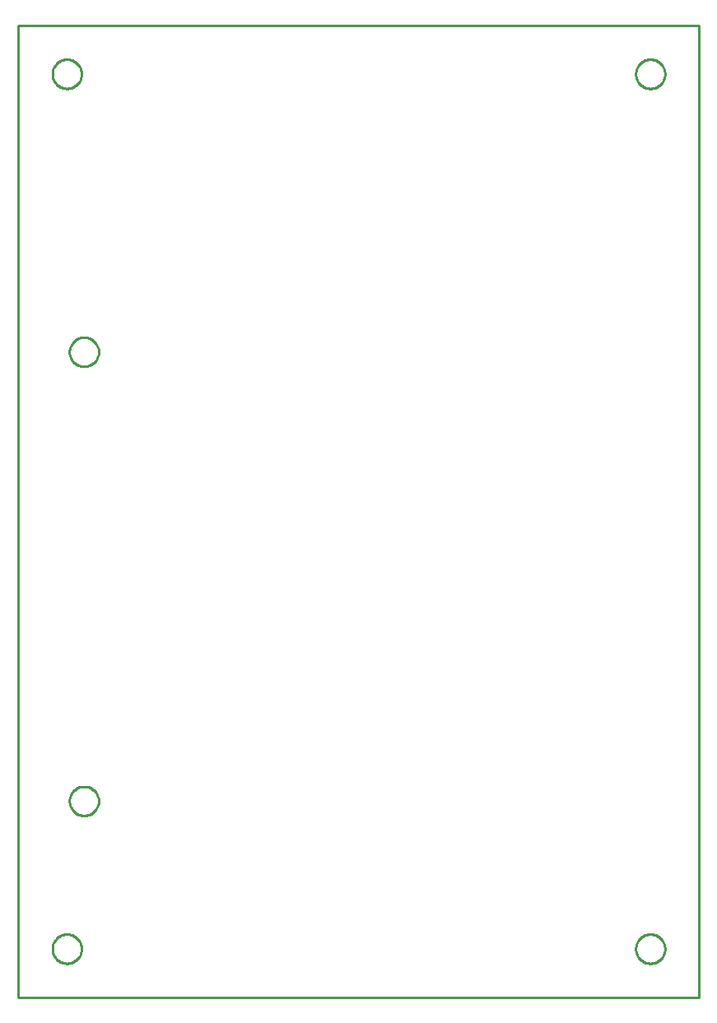
<source format=gbr>
G04 EAGLE Gerber RS-274X export*
G75*
%MOMM*%
%FSLAX34Y34*%
%LPD*%
%IN*%
%IPPOS*%
%AMOC8*
5,1,8,0,0,1.08239X$1,22.5*%
G01*
%ADD10C,0.000000*%
%ADD11C,0.254000*%


D10*
X0Y0D02*
X700000Y0D01*
X700000Y1000000D01*
X0Y1000000D01*
X0Y0D01*
X35000Y950000D02*
X35005Y950368D01*
X35018Y950736D01*
X35041Y951103D01*
X35072Y951470D01*
X35113Y951836D01*
X35162Y952201D01*
X35221Y952564D01*
X35288Y952926D01*
X35364Y953287D01*
X35450Y953645D01*
X35543Y954001D01*
X35646Y954354D01*
X35757Y954705D01*
X35877Y955053D01*
X36005Y955398D01*
X36142Y955740D01*
X36287Y956079D01*
X36440Y956413D01*
X36602Y956744D01*
X36771Y957071D01*
X36949Y957393D01*
X37134Y957712D01*
X37327Y958025D01*
X37528Y958334D01*
X37736Y958637D01*
X37952Y958935D01*
X38175Y959228D01*
X38405Y959516D01*
X38642Y959798D01*
X38886Y960073D01*
X39136Y960343D01*
X39393Y960607D01*
X39657Y960864D01*
X39927Y961114D01*
X40202Y961358D01*
X40484Y961595D01*
X40772Y961825D01*
X41065Y962048D01*
X41363Y962264D01*
X41666Y962472D01*
X41975Y962673D01*
X42288Y962866D01*
X42607Y963051D01*
X42929Y963229D01*
X43256Y963398D01*
X43587Y963560D01*
X43921Y963713D01*
X44260Y963858D01*
X44602Y963995D01*
X44947Y964123D01*
X45295Y964243D01*
X45646Y964354D01*
X45999Y964457D01*
X46355Y964550D01*
X46713Y964636D01*
X47074Y964712D01*
X47436Y964779D01*
X47799Y964838D01*
X48164Y964887D01*
X48530Y964928D01*
X48897Y964959D01*
X49264Y964982D01*
X49632Y964995D01*
X50000Y965000D01*
X50368Y964995D01*
X50736Y964982D01*
X51103Y964959D01*
X51470Y964928D01*
X51836Y964887D01*
X52201Y964838D01*
X52564Y964779D01*
X52926Y964712D01*
X53287Y964636D01*
X53645Y964550D01*
X54001Y964457D01*
X54354Y964354D01*
X54705Y964243D01*
X55053Y964123D01*
X55398Y963995D01*
X55740Y963858D01*
X56079Y963713D01*
X56413Y963560D01*
X56744Y963398D01*
X57071Y963229D01*
X57393Y963051D01*
X57712Y962866D01*
X58025Y962673D01*
X58334Y962472D01*
X58637Y962264D01*
X58935Y962048D01*
X59228Y961825D01*
X59516Y961595D01*
X59798Y961358D01*
X60073Y961114D01*
X60343Y960864D01*
X60607Y960607D01*
X60864Y960343D01*
X61114Y960073D01*
X61358Y959798D01*
X61595Y959516D01*
X61825Y959228D01*
X62048Y958935D01*
X62264Y958637D01*
X62472Y958334D01*
X62673Y958025D01*
X62866Y957712D01*
X63051Y957393D01*
X63229Y957071D01*
X63398Y956744D01*
X63560Y956413D01*
X63713Y956079D01*
X63858Y955740D01*
X63995Y955398D01*
X64123Y955053D01*
X64243Y954705D01*
X64354Y954354D01*
X64457Y954001D01*
X64550Y953645D01*
X64636Y953287D01*
X64712Y952926D01*
X64779Y952564D01*
X64838Y952201D01*
X64887Y951836D01*
X64928Y951470D01*
X64959Y951103D01*
X64982Y950736D01*
X64995Y950368D01*
X65000Y950000D01*
X64995Y949632D01*
X64982Y949264D01*
X64959Y948897D01*
X64928Y948530D01*
X64887Y948164D01*
X64838Y947799D01*
X64779Y947436D01*
X64712Y947074D01*
X64636Y946713D01*
X64550Y946355D01*
X64457Y945999D01*
X64354Y945646D01*
X64243Y945295D01*
X64123Y944947D01*
X63995Y944602D01*
X63858Y944260D01*
X63713Y943921D01*
X63560Y943587D01*
X63398Y943256D01*
X63229Y942929D01*
X63051Y942607D01*
X62866Y942288D01*
X62673Y941975D01*
X62472Y941666D01*
X62264Y941363D01*
X62048Y941065D01*
X61825Y940772D01*
X61595Y940484D01*
X61358Y940202D01*
X61114Y939927D01*
X60864Y939657D01*
X60607Y939393D01*
X60343Y939136D01*
X60073Y938886D01*
X59798Y938642D01*
X59516Y938405D01*
X59228Y938175D01*
X58935Y937952D01*
X58637Y937736D01*
X58334Y937528D01*
X58025Y937327D01*
X57712Y937134D01*
X57393Y936949D01*
X57071Y936771D01*
X56744Y936602D01*
X56413Y936440D01*
X56079Y936287D01*
X55740Y936142D01*
X55398Y936005D01*
X55053Y935877D01*
X54705Y935757D01*
X54354Y935646D01*
X54001Y935543D01*
X53645Y935450D01*
X53287Y935364D01*
X52926Y935288D01*
X52564Y935221D01*
X52201Y935162D01*
X51836Y935113D01*
X51470Y935072D01*
X51103Y935041D01*
X50736Y935018D01*
X50368Y935005D01*
X50000Y935000D01*
X49632Y935005D01*
X49264Y935018D01*
X48897Y935041D01*
X48530Y935072D01*
X48164Y935113D01*
X47799Y935162D01*
X47436Y935221D01*
X47074Y935288D01*
X46713Y935364D01*
X46355Y935450D01*
X45999Y935543D01*
X45646Y935646D01*
X45295Y935757D01*
X44947Y935877D01*
X44602Y936005D01*
X44260Y936142D01*
X43921Y936287D01*
X43587Y936440D01*
X43256Y936602D01*
X42929Y936771D01*
X42607Y936949D01*
X42288Y937134D01*
X41975Y937327D01*
X41666Y937528D01*
X41363Y937736D01*
X41065Y937952D01*
X40772Y938175D01*
X40484Y938405D01*
X40202Y938642D01*
X39927Y938886D01*
X39657Y939136D01*
X39393Y939393D01*
X39136Y939657D01*
X38886Y939927D01*
X38642Y940202D01*
X38405Y940484D01*
X38175Y940772D01*
X37952Y941065D01*
X37736Y941363D01*
X37528Y941666D01*
X37327Y941975D01*
X37134Y942288D01*
X36949Y942607D01*
X36771Y942929D01*
X36602Y943256D01*
X36440Y943587D01*
X36287Y943921D01*
X36142Y944260D01*
X36005Y944602D01*
X35877Y944947D01*
X35757Y945295D01*
X35646Y945646D01*
X35543Y945999D01*
X35450Y946355D01*
X35364Y946713D01*
X35288Y947074D01*
X35221Y947436D01*
X35162Y947799D01*
X35113Y948164D01*
X35072Y948530D01*
X35041Y948897D01*
X35018Y949264D01*
X35005Y949632D01*
X35000Y950000D01*
X35000Y50000D02*
X35005Y50368D01*
X35018Y50736D01*
X35041Y51103D01*
X35072Y51470D01*
X35113Y51836D01*
X35162Y52201D01*
X35221Y52564D01*
X35288Y52926D01*
X35364Y53287D01*
X35450Y53645D01*
X35543Y54001D01*
X35646Y54354D01*
X35757Y54705D01*
X35877Y55053D01*
X36005Y55398D01*
X36142Y55740D01*
X36287Y56079D01*
X36440Y56413D01*
X36602Y56744D01*
X36771Y57071D01*
X36949Y57393D01*
X37134Y57712D01*
X37327Y58025D01*
X37528Y58334D01*
X37736Y58637D01*
X37952Y58935D01*
X38175Y59228D01*
X38405Y59516D01*
X38642Y59798D01*
X38886Y60073D01*
X39136Y60343D01*
X39393Y60607D01*
X39657Y60864D01*
X39927Y61114D01*
X40202Y61358D01*
X40484Y61595D01*
X40772Y61825D01*
X41065Y62048D01*
X41363Y62264D01*
X41666Y62472D01*
X41975Y62673D01*
X42288Y62866D01*
X42607Y63051D01*
X42929Y63229D01*
X43256Y63398D01*
X43587Y63560D01*
X43921Y63713D01*
X44260Y63858D01*
X44602Y63995D01*
X44947Y64123D01*
X45295Y64243D01*
X45646Y64354D01*
X45999Y64457D01*
X46355Y64550D01*
X46713Y64636D01*
X47074Y64712D01*
X47436Y64779D01*
X47799Y64838D01*
X48164Y64887D01*
X48530Y64928D01*
X48897Y64959D01*
X49264Y64982D01*
X49632Y64995D01*
X50000Y65000D01*
X50368Y64995D01*
X50736Y64982D01*
X51103Y64959D01*
X51470Y64928D01*
X51836Y64887D01*
X52201Y64838D01*
X52564Y64779D01*
X52926Y64712D01*
X53287Y64636D01*
X53645Y64550D01*
X54001Y64457D01*
X54354Y64354D01*
X54705Y64243D01*
X55053Y64123D01*
X55398Y63995D01*
X55740Y63858D01*
X56079Y63713D01*
X56413Y63560D01*
X56744Y63398D01*
X57071Y63229D01*
X57393Y63051D01*
X57712Y62866D01*
X58025Y62673D01*
X58334Y62472D01*
X58637Y62264D01*
X58935Y62048D01*
X59228Y61825D01*
X59516Y61595D01*
X59798Y61358D01*
X60073Y61114D01*
X60343Y60864D01*
X60607Y60607D01*
X60864Y60343D01*
X61114Y60073D01*
X61358Y59798D01*
X61595Y59516D01*
X61825Y59228D01*
X62048Y58935D01*
X62264Y58637D01*
X62472Y58334D01*
X62673Y58025D01*
X62866Y57712D01*
X63051Y57393D01*
X63229Y57071D01*
X63398Y56744D01*
X63560Y56413D01*
X63713Y56079D01*
X63858Y55740D01*
X63995Y55398D01*
X64123Y55053D01*
X64243Y54705D01*
X64354Y54354D01*
X64457Y54001D01*
X64550Y53645D01*
X64636Y53287D01*
X64712Y52926D01*
X64779Y52564D01*
X64838Y52201D01*
X64887Y51836D01*
X64928Y51470D01*
X64959Y51103D01*
X64982Y50736D01*
X64995Y50368D01*
X65000Y50000D01*
X64995Y49632D01*
X64982Y49264D01*
X64959Y48897D01*
X64928Y48530D01*
X64887Y48164D01*
X64838Y47799D01*
X64779Y47436D01*
X64712Y47074D01*
X64636Y46713D01*
X64550Y46355D01*
X64457Y45999D01*
X64354Y45646D01*
X64243Y45295D01*
X64123Y44947D01*
X63995Y44602D01*
X63858Y44260D01*
X63713Y43921D01*
X63560Y43587D01*
X63398Y43256D01*
X63229Y42929D01*
X63051Y42607D01*
X62866Y42288D01*
X62673Y41975D01*
X62472Y41666D01*
X62264Y41363D01*
X62048Y41065D01*
X61825Y40772D01*
X61595Y40484D01*
X61358Y40202D01*
X61114Y39927D01*
X60864Y39657D01*
X60607Y39393D01*
X60343Y39136D01*
X60073Y38886D01*
X59798Y38642D01*
X59516Y38405D01*
X59228Y38175D01*
X58935Y37952D01*
X58637Y37736D01*
X58334Y37528D01*
X58025Y37327D01*
X57712Y37134D01*
X57393Y36949D01*
X57071Y36771D01*
X56744Y36602D01*
X56413Y36440D01*
X56079Y36287D01*
X55740Y36142D01*
X55398Y36005D01*
X55053Y35877D01*
X54705Y35757D01*
X54354Y35646D01*
X54001Y35543D01*
X53645Y35450D01*
X53287Y35364D01*
X52926Y35288D01*
X52564Y35221D01*
X52201Y35162D01*
X51836Y35113D01*
X51470Y35072D01*
X51103Y35041D01*
X50736Y35018D01*
X50368Y35005D01*
X50000Y35000D01*
X49632Y35005D01*
X49264Y35018D01*
X48897Y35041D01*
X48530Y35072D01*
X48164Y35113D01*
X47799Y35162D01*
X47436Y35221D01*
X47074Y35288D01*
X46713Y35364D01*
X46355Y35450D01*
X45999Y35543D01*
X45646Y35646D01*
X45295Y35757D01*
X44947Y35877D01*
X44602Y36005D01*
X44260Y36142D01*
X43921Y36287D01*
X43587Y36440D01*
X43256Y36602D01*
X42929Y36771D01*
X42607Y36949D01*
X42288Y37134D01*
X41975Y37327D01*
X41666Y37528D01*
X41363Y37736D01*
X41065Y37952D01*
X40772Y38175D01*
X40484Y38405D01*
X40202Y38642D01*
X39927Y38886D01*
X39657Y39136D01*
X39393Y39393D01*
X39136Y39657D01*
X38886Y39927D01*
X38642Y40202D01*
X38405Y40484D01*
X38175Y40772D01*
X37952Y41065D01*
X37736Y41363D01*
X37528Y41666D01*
X37327Y41975D01*
X37134Y42288D01*
X36949Y42607D01*
X36771Y42929D01*
X36602Y43256D01*
X36440Y43587D01*
X36287Y43921D01*
X36142Y44260D01*
X36005Y44602D01*
X35877Y44947D01*
X35757Y45295D01*
X35646Y45646D01*
X35543Y45999D01*
X35450Y46355D01*
X35364Y46713D01*
X35288Y47074D01*
X35221Y47436D01*
X35162Y47799D01*
X35113Y48164D01*
X35072Y48530D01*
X35041Y48897D01*
X35018Y49264D01*
X35005Y49632D01*
X35000Y50000D01*
X635000Y50000D02*
X635005Y50368D01*
X635018Y50736D01*
X635041Y51103D01*
X635072Y51470D01*
X635113Y51836D01*
X635162Y52201D01*
X635221Y52564D01*
X635288Y52926D01*
X635364Y53287D01*
X635450Y53645D01*
X635543Y54001D01*
X635646Y54354D01*
X635757Y54705D01*
X635877Y55053D01*
X636005Y55398D01*
X636142Y55740D01*
X636287Y56079D01*
X636440Y56413D01*
X636602Y56744D01*
X636771Y57071D01*
X636949Y57393D01*
X637134Y57712D01*
X637327Y58025D01*
X637528Y58334D01*
X637736Y58637D01*
X637952Y58935D01*
X638175Y59228D01*
X638405Y59516D01*
X638642Y59798D01*
X638886Y60073D01*
X639136Y60343D01*
X639393Y60607D01*
X639657Y60864D01*
X639927Y61114D01*
X640202Y61358D01*
X640484Y61595D01*
X640772Y61825D01*
X641065Y62048D01*
X641363Y62264D01*
X641666Y62472D01*
X641975Y62673D01*
X642288Y62866D01*
X642607Y63051D01*
X642929Y63229D01*
X643256Y63398D01*
X643587Y63560D01*
X643921Y63713D01*
X644260Y63858D01*
X644602Y63995D01*
X644947Y64123D01*
X645295Y64243D01*
X645646Y64354D01*
X645999Y64457D01*
X646355Y64550D01*
X646713Y64636D01*
X647074Y64712D01*
X647436Y64779D01*
X647799Y64838D01*
X648164Y64887D01*
X648530Y64928D01*
X648897Y64959D01*
X649264Y64982D01*
X649632Y64995D01*
X650000Y65000D01*
X650368Y64995D01*
X650736Y64982D01*
X651103Y64959D01*
X651470Y64928D01*
X651836Y64887D01*
X652201Y64838D01*
X652564Y64779D01*
X652926Y64712D01*
X653287Y64636D01*
X653645Y64550D01*
X654001Y64457D01*
X654354Y64354D01*
X654705Y64243D01*
X655053Y64123D01*
X655398Y63995D01*
X655740Y63858D01*
X656079Y63713D01*
X656413Y63560D01*
X656744Y63398D01*
X657071Y63229D01*
X657393Y63051D01*
X657712Y62866D01*
X658025Y62673D01*
X658334Y62472D01*
X658637Y62264D01*
X658935Y62048D01*
X659228Y61825D01*
X659516Y61595D01*
X659798Y61358D01*
X660073Y61114D01*
X660343Y60864D01*
X660607Y60607D01*
X660864Y60343D01*
X661114Y60073D01*
X661358Y59798D01*
X661595Y59516D01*
X661825Y59228D01*
X662048Y58935D01*
X662264Y58637D01*
X662472Y58334D01*
X662673Y58025D01*
X662866Y57712D01*
X663051Y57393D01*
X663229Y57071D01*
X663398Y56744D01*
X663560Y56413D01*
X663713Y56079D01*
X663858Y55740D01*
X663995Y55398D01*
X664123Y55053D01*
X664243Y54705D01*
X664354Y54354D01*
X664457Y54001D01*
X664550Y53645D01*
X664636Y53287D01*
X664712Y52926D01*
X664779Y52564D01*
X664838Y52201D01*
X664887Y51836D01*
X664928Y51470D01*
X664959Y51103D01*
X664982Y50736D01*
X664995Y50368D01*
X665000Y50000D01*
X664995Y49632D01*
X664982Y49264D01*
X664959Y48897D01*
X664928Y48530D01*
X664887Y48164D01*
X664838Y47799D01*
X664779Y47436D01*
X664712Y47074D01*
X664636Y46713D01*
X664550Y46355D01*
X664457Y45999D01*
X664354Y45646D01*
X664243Y45295D01*
X664123Y44947D01*
X663995Y44602D01*
X663858Y44260D01*
X663713Y43921D01*
X663560Y43587D01*
X663398Y43256D01*
X663229Y42929D01*
X663051Y42607D01*
X662866Y42288D01*
X662673Y41975D01*
X662472Y41666D01*
X662264Y41363D01*
X662048Y41065D01*
X661825Y40772D01*
X661595Y40484D01*
X661358Y40202D01*
X661114Y39927D01*
X660864Y39657D01*
X660607Y39393D01*
X660343Y39136D01*
X660073Y38886D01*
X659798Y38642D01*
X659516Y38405D01*
X659228Y38175D01*
X658935Y37952D01*
X658637Y37736D01*
X658334Y37528D01*
X658025Y37327D01*
X657712Y37134D01*
X657393Y36949D01*
X657071Y36771D01*
X656744Y36602D01*
X656413Y36440D01*
X656079Y36287D01*
X655740Y36142D01*
X655398Y36005D01*
X655053Y35877D01*
X654705Y35757D01*
X654354Y35646D01*
X654001Y35543D01*
X653645Y35450D01*
X653287Y35364D01*
X652926Y35288D01*
X652564Y35221D01*
X652201Y35162D01*
X651836Y35113D01*
X651470Y35072D01*
X651103Y35041D01*
X650736Y35018D01*
X650368Y35005D01*
X650000Y35000D01*
X649632Y35005D01*
X649264Y35018D01*
X648897Y35041D01*
X648530Y35072D01*
X648164Y35113D01*
X647799Y35162D01*
X647436Y35221D01*
X647074Y35288D01*
X646713Y35364D01*
X646355Y35450D01*
X645999Y35543D01*
X645646Y35646D01*
X645295Y35757D01*
X644947Y35877D01*
X644602Y36005D01*
X644260Y36142D01*
X643921Y36287D01*
X643587Y36440D01*
X643256Y36602D01*
X642929Y36771D01*
X642607Y36949D01*
X642288Y37134D01*
X641975Y37327D01*
X641666Y37528D01*
X641363Y37736D01*
X641065Y37952D01*
X640772Y38175D01*
X640484Y38405D01*
X640202Y38642D01*
X639927Y38886D01*
X639657Y39136D01*
X639393Y39393D01*
X639136Y39657D01*
X638886Y39927D01*
X638642Y40202D01*
X638405Y40484D01*
X638175Y40772D01*
X637952Y41065D01*
X637736Y41363D01*
X637528Y41666D01*
X637327Y41975D01*
X637134Y42288D01*
X636949Y42607D01*
X636771Y42929D01*
X636602Y43256D01*
X636440Y43587D01*
X636287Y43921D01*
X636142Y44260D01*
X636005Y44602D01*
X635877Y44947D01*
X635757Y45295D01*
X635646Y45646D01*
X635543Y45999D01*
X635450Y46355D01*
X635364Y46713D01*
X635288Y47074D01*
X635221Y47436D01*
X635162Y47799D01*
X635113Y48164D01*
X635072Y48530D01*
X635041Y48897D01*
X635018Y49264D01*
X635005Y49632D01*
X635000Y50000D01*
X635000Y950000D02*
X635005Y950368D01*
X635018Y950736D01*
X635041Y951103D01*
X635072Y951470D01*
X635113Y951836D01*
X635162Y952201D01*
X635221Y952564D01*
X635288Y952926D01*
X635364Y953287D01*
X635450Y953645D01*
X635543Y954001D01*
X635646Y954354D01*
X635757Y954705D01*
X635877Y955053D01*
X636005Y955398D01*
X636142Y955740D01*
X636287Y956079D01*
X636440Y956413D01*
X636602Y956744D01*
X636771Y957071D01*
X636949Y957393D01*
X637134Y957712D01*
X637327Y958025D01*
X637528Y958334D01*
X637736Y958637D01*
X637952Y958935D01*
X638175Y959228D01*
X638405Y959516D01*
X638642Y959798D01*
X638886Y960073D01*
X639136Y960343D01*
X639393Y960607D01*
X639657Y960864D01*
X639927Y961114D01*
X640202Y961358D01*
X640484Y961595D01*
X640772Y961825D01*
X641065Y962048D01*
X641363Y962264D01*
X641666Y962472D01*
X641975Y962673D01*
X642288Y962866D01*
X642607Y963051D01*
X642929Y963229D01*
X643256Y963398D01*
X643587Y963560D01*
X643921Y963713D01*
X644260Y963858D01*
X644602Y963995D01*
X644947Y964123D01*
X645295Y964243D01*
X645646Y964354D01*
X645999Y964457D01*
X646355Y964550D01*
X646713Y964636D01*
X647074Y964712D01*
X647436Y964779D01*
X647799Y964838D01*
X648164Y964887D01*
X648530Y964928D01*
X648897Y964959D01*
X649264Y964982D01*
X649632Y964995D01*
X650000Y965000D01*
X650368Y964995D01*
X650736Y964982D01*
X651103Y964959D01*
X651470Y964928D01*
X651836Y964887D01*
X652201Y964838D01*
X652564Y964779D01*
X652926Y964712D01*
X653287Y964636D01*
X653645Y964550D01*
X654001Y964457D01*
X654354Y964354D01*
X654705Y964243D01*
X655053Y964123D01*
X655398Y963995D01*
X655740Y963858D01*
X656079Y963713D01*
X656413Y963560D01*
X656744Y963398D01*
X657071Y963229D01*
X657393Y963051D01*
X657712Y962866D01*
X658025Y962673D01*
X658334Y962472D01*
X658637Y962264D01*
X658935Y962048D01*
X659228Y961825D01*
X659516Y961595D01*
X659798Y961358D01*
X660073Y961114D01*
X660343Y960864D01*
X660607Y960607D01*
X660864Y960343D01*
X661114Y960073D01*
X661358Y959798D01*
X661595Y959516D01*
X661825Y959228D01*
X662048Y958935D01*
X662264Y958637D01*
X662472Y958334D01*
X662673Y958025D01*
X662866Y957712D01*
X663051Y957393D01*
X663229Y957071D01*
X663398Y956744D01*
X663560Y956413D01*
X663713Y956079D01*
X663858Y955740D01*
X663995Y955398D01*
X664123Y955053D01*
X664243Y954705D01*
X664354Y954354D01*
X664457Y954001D01*
X664550Y953645D01*
X664636Y953287D01*
X664712Y952926D01*
X664779Y952564D01*
X664838Y952201D01*
X664887Y951836D01*
X664928Y951470D01*
X664959Y951103D01*
X664982Y950736D01*
X664995Y950368D01*
X665000Y950000D01*
X664995Y949632D01*
X664982Y949264D01*
X664959Y948897D01*
X664928Y948530D01*
X664887Y948164D01*
X664838Y947799D01*
X664779Y947436D01*
X664712Y947074D01*
X664636Y946713D01*
X664550Y946355D01*
X664457Y945999D01*
X664354Y945646D01*
X664243Y945295D01*
X664123Y944947D01*
X663995Y944602D01*
X663858Y944260D01*
X663713Y943921D01*
X663560Y943587D01*
X663398Y943256D01*
X663229Y942929D01*
X663051Y942607D01*
X662866Y942288D01*
X662673Y941975D01*
X662472Y941666D01*
X662264Y941363D01*
X662048Y941065D01*
X661825Y940772D01*
X661595Y940484D01*
X661358Y940202D01*
X661114Y939927D01*
X660864Y939657D01*
X660607Y939393D01*
X660343Y939136D01*
X660073Y938886D01*
X659798Y938642D01*
X659516Y938405D01*
X659228Y938175D01*
X658935Y937952D01*
X658637Y937736D01*
X658334Y937528D01*
X658025Y937327D01*
X657712Y937134D01*
X657393Y936949D01*
X657071Y936771D01*
X656744Y936602D01*
X656413Y936440D01*
X656079Y936287D01*
X655740Y936142D01*
X655398Y936005D01*
X655053Y935877D01*
X654705Y935757D01*
X654354Y935646D01*
X654001Y935543D01*
X653645Y935450D01*
X653287Y935364D01*
X652926Y935288D01*
X652564Y935221D01*
X652201Y935162D01*
X651836Y935113D01*
X651470Y935072D01*
X651103Y935041D01*
X650736Y935018D01*
X650368Y935005D01*
X650000Y935000D01*
X649632Y935005D01*
X649264Y935018D01*
X648897Y935041D01*
X648530Y935072D01*
X648164Y935113D01*
X647799Y935162D01*
X647436Y935221D01*
X647074Y935288D01*
X646713Y935364D01*
X646355Y935450D01*
X645999Y935543D01*
X645646Y935646D01*
X645295Y935757D01*
X644947Y935877D01*
X644602Y936005D01*
X644260Y936142D01*
X643921Y936287D01*
X643587Y936440D01*
X643256Y936602D01*
X642929Y936771D01*
X642607Y936949D01*
X642288Y937134D01*
X641975Y937327D01*
X641666Y937528D01*
X641363Y937736D01*
X641065Y937952D01*
X640772Y938175D01*
X640484Y938405D01*
X640202Y938642D01*
X639927Y938886D01*
X639657Y939136D01*
X639393Y939393D01*
X639136Y939657D01*
X638886Y939927D01*
X638642Y940202D01*
X638405Y940484D01*
X638175Y940772D01*
X637952Y941065D01*
X637736Y941363D01*
X637528Y941666D01*
X637327Y941975D01*
X637134Y942288D01*
X636949Y942607D01*
X636771Y942929D01*
X636602Y943256D01*
X636440Y943587D01*
X636287Y943921D01*
X636142Y944260D01*
X636005Y944602D01*
X635877Y944947D01*
X635757Y945295D01*
X635646Y945646D01*
X635543Y945999D01*
X635450Y946355D01*
X635364Y946713D01*
X635288Y947074D01*
X635221Y947436D01*
X635162Y947799D01*
X635113Y948164D01*
X635072Y948530D01*
X635041Y948897D01*
X635018Y949264D01*
X635005Y949632D01*
X635000Y950000D01*
X52600Y664000D02*
X52605Y664368D01*
X52618Y664736D01*
X52641Y665103D01*
X52672Y665470D01*
X52713Y665836D01*
X52762Y666201D01*
X52821Y666564D01*
X52888Y666926D01*
X52964Y667287D01*
X53050Y667645D01*
X53143Y668001D01*
X53246Y668354D01*
X53357Y668705D01*
X53477Y669053D01*
X53605Y669398D01*
X53742Y669740D01*
X53887Y670079D01*
X54040Y670413D01*
X54202Y670744D01*
X54371Y671071D01*
X54549Y671393D01*
X54734Y671712D01*
X54927Y672025D01*
X55128Y672334D01*
X55336Y672637D01*
X55552Y672935D01*
X55775Y673228D01*
X56005Y673516D01*
X56242Y673798D01*
X56486Y674073D01*
X56736Y674343D01*
X56993Y674607D01*
X57257Y674864D01*
X57527Y675114D01*
X57802Y675358D01*
X58084Y675595D01*
X58372Y675825D01*
X58665Y676048D01*
X58963Y676264D01*
X59266Y676472D01*
X59575Y676673D01*
X59888Y676866D01*
X60207Y677051D01*
X60529Y677229D01*
X60856Y677398D01*
X61187Y677560D01*
X61521Y677713D01*
X61860Y677858D01*
X62202Y677995D01*
X62547Y678123D01*
X62895Y678243D01*
X63246Y678354D01*
X63599Y678457D01*
X63955Y678550D01*
X64313Y678636D01*
X64674Y678712D01*
X65036Y678779D01*
X65399Y678838D01*
X65764Y678887D01*
X66130Y678928D01*
X66497Y678959D01*
X66864Y678982D01*
X67232Y678995D01*
X67600Y679000D01*
X67968Y678995D01*
X68336Y678982D01*
X68703Y678959D01*
X69070Y678928D01*
X69436Y678887D01*
X69801Y678838D01*
X70164Y678779D01*
X70526Y678712D01*
X70887Y678636D01*
X71245Y678550D01*
X71601Y678457D01*
X71954Y678354D01*
X72305Y678243D01*
X72653Y678123D01*
X72998Y677995D01*
X73340Y677858D01*
X73679Y677713D01*
X74013Y677560D01*
X74344Y677398D01*
X74671Y677229D01*
X74993Y677051D01*
X75312Y676866D01*
X75625Y676673D01*
X75934Y676472D01*
X76237Y676264D01*
X76535Y676048D01*
X76828Y675825D01*
X77116Y675595D01*
X77398Y675358D01*
X77673Y675114D01*
X77943Y674864D01*
X78207Y674607D01*
X78464Y674343D01*
X78714Y674073D01*
X78958Y673798D01*
X79195Y673516D01*
X79425Y673228D01*
X79648Y672935D01*
X79864Y672637D01*
X80072Y672334D01*
X80273Y672025D01*
X80466Y671712D01*
X80651Y671393D01*
X80829Y671071D01*
X80998Y670744D01*
X81160Y670413D01*
X81313Y670079D01*
X81458Y669740D01*
X81595Y669398D01*
X81723Y669053D01*
X81843Y668705D01*
X81954Y668354D01*
X82057Y668001D01*
X82150Y667645D01*
X82236Y667287D01*
X82312Y666926D01*
X82379Y666564D01*
X82438Y666201D01*
X82487Y665836D01*
X82528Y665470D01*
X82559Y665103D01*
X82582Y664736D01*
X82595Y664368D01*
X82600Y664000D01*
X82595Y663632D01*
X82582Y663264D01*
X82559Y662897D01*
X82528Y662530D01*
X82487Y662164D01*
X82438Y661799D01*
X82379Y661436D01*
X82312Y661074D01*
X82236Y660713D01*
X82150Y660355D01*
X82057Y659999D01*
X81954Y659646D01*
X81843Y659295D01*
X81723Y658947D01*
X81595Y658602D01*
X81458Y658260D01*
X81313Y657921D01*
X81160Y657587D01*
X80998Y657256D01*
X80829Y656929D01*
X80651Y656607D01*
X80466Y656288D01*
X80273Y655975D01*
X80072Y655666D01*
X79864Y655363D01*
X79648Y655065D01*
X79425Y654772D01*
X79195Y654484D01*
X78958Y654202D01*
X78714Y653927D01*
X78464Y653657D01*
X78207Y653393D01*
X77943Y653136D01*
X77673Y652886D01*
X77398Y652642D01*
X77116Y652405D01*
X76828Y652175D01*
X76535Y651952D01*
X76237Y651736D01*
X75934Y651528D01*
X75625Y651327D01*
X75312Y651134D01*
X74993Y650949D01*
X74671Y650771D01*
X74344Y650602D01*
X74013Y650440D01*
X73679Y650287D01*
X73340Y650142D01*
X72998Y650005D01*
X72653Y649877D01*
X72305Y649757D01*
X71954Y649646D01*
X71601Y649543D01*
X71245Y649450D01*
X70887Y649364D01*
X70526Y649288D01*
X70164Y649221D01*
X69801Y649162D01*
X69436Y649113D01*
X69070Y649072D01*
X68703Y649041D01*
X68336Y649018D01*
X67968Y649005D01*
X67600Y649000D01*
X67232Y649005D01*
X66864Y649018D01*
X66497Y649041D01*
X66130Y649072D01*
X65764Y649113D01*
X65399Y649162D01*
X65036Y649221D01*
X64674Y649288D01*
X64313Y649364D01*
X63955Y649450D01*
X63599Y649543D01*
X63246Y649646D01*
X62895Y649757D01*
X62547Y649877D01*
X62202Y650005D01*
X61860Y650142D01*
X61521Y650287D01*
X61187Y650440D01*
X60856Y650602D01*
X60529Y650771D01*
X60207Y650949D01*
X59888Y651134D01*
X59575Y651327D01*
X59266Y651528D01*
X58963Y651736D01*
X58665Y651952D01*
X58372Y652175D01*
X58084Y652405D01*
X57802Y652642D01*
X57527Y652886D01*
X57257Y653136D01*
X56993Y653393D01*
X56736Y653657D01*
X56486Y653927D01*
X56242Y654202D01*
X56005Y654484D01*
X55775Y654772D01*
X55552Y655065D01*
X55336Y655363D01*
X55128Y655666D01*
X54927Y655975D01*
X54734Y656288D01*
X54549Y656607D01*
X54371Y656929D01*
X54202Y657256D01*
X54040Y657587D01*
X53887Y657921D01*
X53742Y658260D01*
X53605Y658602D01*
X53477Y658947D01*
X53357Y659295D01*
X53246Y659646D01*
X53143Y659999D01*
X53050Y660355D01*
X52964Y660713D01*
X52888Y661074D01*
X52821Y661436D01*
X52762Y661799D01*
X52713Y662164D01*
X52672Y662530D01*
X52641Y662897D01*
X52618Y663264D01*
X52605Y663632D01*
X52600Y664000D01*
X52600Y202000D02*
X52605Y202368D01*
X52618Y202736D01*
X52641Y203103D01*
X52672Y203470D01*
X52713Y203836D01*
X52762Y204201D01*
X52821Y204564D01*
X52888Y204926D01*
X52964Y205287D01*
X53050Y205645D01*
X53143Y206001D01*
X53246Y206354D01*
X53357Y206705D01*
X53477Y207053D01*
X53605Y207398D01*
X53742Y207740D01*
X53887Y208079D01*
X54040Y208413D01*
X54202Y208744D01*
X54371Y209071D01*
X54549Y209393D01*
X54734Y209712D01*
X54927Y210025D01*
X55128Y210334D01*
X55336Y210637D01*
X55552Y210935D01*
X55775Y211228D01*
X56005Y211516D01*
X56242Y211798D01*
X56486Y212073D01*
X56736Y212343D01*
X56993Y212607D01*
X57257Y212864D01*
X57527Y213114D01*
X57802Y213358D01*
X58084Y213595D01*
X58372Y213825D01*
X58665Y214048D01*
X58963Y214264D01*
X59266Y214472D01*
X59575Y214673D01*
X59888Y214866D01*
X60207Y215051D01*
X60529Y215229D01*
X60856Y215398D01*
X61187Y215560D01*
X61521Y215713D01*
X61860Y215858D01*
X62202Y215995D01*
X62547Y216123D01*
X62895Y216243D01*
X63246Y216354D01*
X63599Y216457D01*
X63955Y216550D01*
X64313Y216636D01*
X64674Y216712D01*
X65036Y216779D01*
X65399Y216838D01*
X65764Y216887D01*
X66130Y216928D01*
X66497Y216959D01*
X66864Y216982D01*
X67232Y216995D01*
X67600Y217000D01*
X67968Y216995D01*
X68336Y216982D01*
X68703Y216959D01*
X69070Y216928D01*
X69436Y216887D01*
X69801Y216838D01*
X70164Y216779D01*
X70526Y216712D01*
X70887Y216636D01*
X71245Y216550D01*
X71601Y216457D01*
X71954Y216354D01*
X72305Y216243D01*
X72653Y216123D01*
X72998Y215995D01*
X73340Y215858D01*
X73679Y215713D01*
X74013Y215560D01*
X74344Y215398D01*
X74671Y215229D01*
X74993Y215051D01*
X75312Y214866D01*
X75625Y214673D01*
X75934Y214472D01*
X76237Y214264D01*
X76535Y214048D01*
X76828Y213825D01*
X77116Y213595D01*
X77398Y213358D01*
X77673Y213114D01*
X77943Y212864D01*
X78207Y212607D01*
X78464Y212343D01*
X78714Y212073D01*
X78958Y211798D01*
X79195Y211516D01*
X79425Y211228D01*
X79648Y210935D01*
X79864Y210637D01*
X80072Y210334D01*
X80273Y210025D01*
X80466Y209712D01*
X80651Y209393D01*
X80829Y209071D01*
X80998Y208744D01*
X81160Y208413D01*
X81313Y208079D01*
X81458Y207740D01*
X81595Y207398D01*
X81723Y207053D01*
X81843Y206705D01*
X81954Y206354D01*
X82057Y206001D01*
X82150Y205645D01*
X82236Y205287D01*
X82312Y204926D01*
X82379Y204564D01*
X82438Y204201D01*
X82487Y203836D01*
X82528Y203470D01*
X82559Y203103D01*
X82582Y202736D01*
X82595Y202368D01*
X82600Y202000D01*
X82595Y201632D01*
X82582Y201264D01*
X82559Y200897D01*
X82528Y200530D01*
X82487Y200164D01*
X82438Y199799D01*
X82379Y199436D01*
X82312Y199074D01*
X82236Y198713D01*
X82150Y198355D01*
X82057Y197999D01*
X81954Y197646D01*
X81843Y197295D01*
X81723Y196947D01*
X81595Y196602D01*
X81458Y196260D01*
X81313Y195921D01*
X81160Y195587D01*
X80998Y195256D01*
X80829Y194929D01*
X80651Y194607D01*
X80466Y194288D01*
X80273Y193975D01*
X80072Y193666D01*
X79864Y193363D01*
X79648Y193065D01*
X79425Y192772D01*
X79195Y192484D01*
X78958Y192202D01*
X78714Y191927D01*
X78464Y191657D01*
X78207Y191393D01*
X77943Y191136D01*
X77673Y190886D01*
X77398Y190642D01*
X77116Y190405D01*
X76828Y190175D01*
X76535Y189952D01*
X76237Y189736D01*
X75934Y189528D01*
X75625Y189327D01*
X75312Y189134D01*
X74993Y188949D01*
X74671Y188771D01*
X74344Y188602D01*
X74013Y188440D01*
X73679Y188287D01*
X73340Y188142D01*
X72998Y188005D01*
X72653Y187877D01*
X72305Y187757D01*
X71954Y187646D01*
X71601Y187543D01*
X71245Y187450D01*
X70887Y187364D01*
X70526Y187288D01*
X70164Y187221D01*
X69801Y187162D01*
X69436Y187113D01*
X69070Y187072D01*
X68703Y187041D01*
X68336Y187018D01*
X67968Y187005D01*
X67600Y187000D01*
X67232Y187005D01*
X66864Y187018D01*
X66497Y187041D01*
X66130Y187072D01*
X65764Y187113D01*
X65399Y187162D01*
X65036Y187221D01*
X64674Y187288D01*
X64313Y187364D01*
X63955Y187450D01*
X63599Y187543D01*
X63246Y187646D01*
X62895Y187757D01*
X62547Y187877D01*
X62202Y188005D01*
X61860Y188142D01*
X61521Y188287D01*
X61187Y188440D01*
X60856Y188602D01*
X60529Y188771D01*
X60207Y188949D01*
X59888Y189134D01*
X59575Y189327D01*
X59266Y189528D01*
X58963Y189736D01*
X58665Y189952D01*
X58372Y190175D01*
X58084Y190405D01*
X57802Y190642D01*
X57527Y190886D01*
X57257Y191136D01*
X56993Y191393D01*
X56736Y191657D01*
X56486Y191927D01*
X56242Y192202D01*
X56005Y192484D01*
X55775Y192772D01*
X55552Y193065D01*
X55336Y193363D01*
X55128Y193666D01*
X54927Y193975D01*
X54734Y194288D01*
X54549Y194607D01*
X54371Y194929D01*
X54202Y195256D01*
X54040Y195587D01*
X53887Y195921D01*
X53742Y196260D01*
X53605Y196602D01*
X53477Y196947D01*
X53357Y197295D01*
X53246Y197646D01*
X53143Y197999D01*
X53050Y198355D01*
X52964Y198713D01*
X52888Y199074D01*
X52821Y199436D01*
X52762Y199799D01*
X52713Y200164D01*
X52672Y200530D01*
X52641Y200897D01*
X52618Y201264D01*
X52605Y201632D01*
X52600Y202000D01*
D11*
X0Y0D02*
X700000Y0D01*
X700000Y1000000D01*
X0Y1000000D01*
X0Y0D01*
X65000Y949464D02*
X64924Y948396D01*
X64771Y947335D01*
X64543Y946288D01*
X64241Y945260D01*
X63867Y944256D01*
X63422Y943281D01*
X62908Y942341D01*
X62329Y941440D01*
X61687Y940582D01*
X60985Y939772D01*
X60228Y939015D01*
X59418Y938313D01*
X58560Y937671D01*
X57659Y937092D01*
X56719Y936578D01*
X55744Y936133D01*
X54740Y935759D01*
X53712Y935457D01*
X52665Y935229D01*
X51604Y935076D01*
X50536Y935000D01*
X49464Y935000D01*
X48396Y935076D01*
X47335Y935229D01*
X46288Y935457D01*
X45260Y935759D01*
X44256Y936133D01*
X43281Y936578D01*
X42341Y937092D01*
X41440Y937671D01*
X40582Y938313D01*
X39772Y939015D01*
X39015Y939772D01*
X38313Y940582D01*
X37671Y941440D01*
X37092Y942341D01*
X36578Y943281D01*
X36133Y944256D01*
X35759Y945260D01*
X35457Y946288D01*
X35229Y947335D01*
X35076Y948396D01*
X35000Y949464D01*
X35000Y950536D01*
X35076Y951604D01*
X35229Y952665D01*
X35457Y953712D01*
X35759Y954740D01*
X36133Y955744D01*
X36578Y956719D01*
X37092Y957659D01*
X37671Y958560D01*
X38313Y959418D01*
X39015Y960228D01*
X39772Y960985D01*
X40582Y961687D01*
X41440Y962329D01*
X42341Y962908D01*
X43281Y963422D01*
X44256Y963867D01*
X45260Y964241D01*
X46288Y964543D01*
X47335Y964771D01*
X48396Y964924D01*
X49464Y965000D01*
X50536Y965000D01*
X51604Y964924D01*
X52665Y964771D01*
X53712Y964543D01*
X54740Y964241D01*
X55744Y963867D01*
X56719Y963422D01*
X57659Y962908D01*
X58560Y962329D01*
X59418Y961687D01*
X60228Y960985D01*
X60985Y960228D01*
X61687Y959418D01*
X62329Y958560D01*
X62908Y957659D01*
X63422Y956719D01*
X63867Y955744D01*
X64241Y954740D01*
X64543Y953712D01*
X64771Y952665D01*
X64924Y951604D01*
X65000Y950536D01*
X65000Y949464D01*
X65000Y49464D02*
X64924Y48396D01*
X64771Y47335D01*
X64543Y46288D01*
X64241Y45260D01*
X63867Y44256D01*
X63422Y43281D01*
X62908Y42341D01*
X62329Y41440D01*
X61687Y40582D01*
X60985Y39772D01*
X60228Y39015D01*
X59418Y38313D01*
X58560Y37671D01*
X57659Y37092D01*
X56719Y36578D01*
X55744Y36133D01*
X54740Y35759D01*
X53712Y35457D01*
X52665Y35229D01*
X51604Y35076D01*
X50536Y35000D01*
X49464Y35000D01*
X48396Y35076D01*
X47335Y35229D01*
X46288Y35457D01*
X45260Y35759D01*
X44256Y36133D01*
X43281Y36578D01*
X42341Y37092D01*
X41440Y37671D01*
X40582Y38313D01*
X39772Y39015D01*
X39015Y39772D01*
X38313Y40582D01*
X37671Y41440D01*
X37092Y42341D01*
X36578Y43281D01*
X36133Y44256D01*
X35759Y45260D01*
X35457Y46288D01*
X35229Y47335D01*
X35076Y48396D01*
X35000Y49464D01*
X35000Y50536D01*
X35076Y51604D01*
X35229Y52665D01*
X35457Y53712D01*
X35759Y54740D01*
X36133Y55744D01*
X36578Y56719D01*
X37092Y57659D01*
X37671Y58560D01*
X38313Y59418D01*
X39015Y60228D01*
X39772Y60985D01*
X40582Y61687D01*
X41440Y62329D01*
X42341Y62908D01*
X43281Y63422D01*
X44256Y63867D01*
X45260Y64241D01*
X46288Y64543D01*
X47335Y64771D01*
X48396Y64924D01*
X49464Y65000D01*
X50536Y65000D01*
X51604Y64924D01*
X52665Y64771D01*
X53712Y64543D01*
X54740Y64241D01*
X55744Y63867D01*
X56719Y63422D01*
X57659Y62908D01*
X58560Y62329D01*
X59418Y61687D01*
X60228Y60985D01*
X60985Y60228D01*
X61687Y59418D01*
X62329Y58560D01*
X62908Y57659D01*
X63422Y56719D01*
X63867Y55744D01*
X64241Y54740D01*
X64543Y53712D01*
X64771Y52665D01*
X64924Y51604D01*
X65000Y50536D01*
X65000Y49464D01*
X665000Y49464D02*
X664924Y48396D01*
X664771Y47335D01*
X664543Y46288D01*
X664241Y45260D01*
X663867Y44256D01*
X663422Y43281D01*
X662908Y42341D01*
X662329Y41440D01*
X661687Y40582D01*
X660985Y39772D01*
X660228Y39015D01*
X659418Y38313D01*
X658560Y37671D01*
X657659Y37092D01*
X656719Y36578D01*
X655744Y36133D01*
X654740Y35759D01*
X653712Y35457D01*
X652665Y35229D01*
X651604Y35076D01*
X650536Y35000D01*
X649464Y35000D01*
X648396Y35076D01*
X647335Y35229D01*
X646288Y35457D01*
X645260Y35759D01*
X644256Y36133D01*
X643281Y36578D01*
X642341Y37092D01*
X641440Y37671D01*
X640582Y38313D01*
X639772Y39015D01*
X639015Y39772D01*
X638313Y40582D01*
X637671Y41440D01*
X637092Y42341D01*
X636578Y43281D01*
X636133Y44256D01*
X635759Y45260D01*
X635457Y46288D01*
X635229Y47335D01*
X635076Y48396D01*
X635000Y49464D01*
X635000Y50536D01*
X635076Y51604D01*
X635229Y52665D01*
X635457Y53712D01*
X635759Y54740D01*
X636133Y55744D01*
X636578Y56719D01*
X637092Y57659D01*
X637671Y58560D01*
X638313Y59418D01*
X639015Y60228D01*
X639772Y60985D01*
X640582Y61687D01*
X641440Y62329D01*
X642341Y62908D01*
X643281Y63422D01*
X644256Y63867D01*
X645260Y64241D01*
X646288Y64543D01*
X647335Y64771D01*
X648396Y64924D01*
X649464Y65000D01*
X650536Y65000D01*
X651604Y64924D01*
X652665Y64771D01*
X653712Y64543D01*
X654740Y64241D01*
X655744Y63867D01*
X656719Y63422D01*
X657659Y62908D01*
X658560Y62329D01*
X659418Y61687D01*
X660228Y60985D01*
X660985Y60228D01*
X661687Y59418D01*
X662329Y58560D01*
X662908Y57659D01*
X663422Y56719D01*
X663867Y55744D01*
X664241Y54740D01*
X664543Y53712D01*
X664771Y52665D01*
X664924Y51604D01*
X665000Y50536D01*
X665000Y49464D01*
X665000Y949464D02*
X664924Y948396D01*
X664771Y947335D01*
X664543Y946288D01*
X664241Y945260D01*
X663867Y944256D01*
X663422Y943281D01*
X662908Y942341D01*
X662329Y941440D01*
X661687Y940582D01*
X660985Y939772D01*
X660228Y939015D01*
X659418Y938313D01*
X658560Y937671D01*
X657659Y937092D01*
X656719Y936578D01*
X655744Y936133D01*
X654740Y935759D01*
X653712Y935457D01*
X652665Y935229D01*
X651604Y935076D01*
X650536Y935000D01*
X649464Y935000D01*
X648396Y935076D01*
X647335Y935229D01*
X646288Y935457D01*
X645260Y935759D01*
X644256Y936133D01*
X643281Y936578D01*
X642341Y937092D01*
X641440Y937671D01*
X640582Y938313D01*
X639772Y939015D01*
X639015Y939772D01*
X638313Y940582D01*
X637671Y941440D01*
X637092Y942341D01*
X636578Y943281D01*
X636133Y944256D01*
X635759Y945260D01*
X635457Y946288D01*
X635229Y947335D01*
X635076Y948396D01*
X635000Y949464D01*
X635000Y950536D01*
X635076Y951604D01*
X635229Y952665D01*
X635457Y953712D01*
X635759Y954740D01*
X636133Y955744D01*
X636578Y956719D01*
X637092Y957659D01*
X637671Y958560D01*
X638313Y959418D01*
X639015Y960228D01*
X639772Y960985D01*
X640582Y961687D01*
X641440Y962329D01*
X642341Y962908D01*
X643281Y963422D01*
X644256Y963867D01*
X645260Y964241D01*
X646288Y964543D01*
X647335Y964771D01*
X648396Y964924D01*
X649464Y965000D01*
X650536Y965000D01*
X651604Y964924D01*
X652665Y964771D01*
X653712Y964543D01*
X654740Y964241D01*
X655744Y963867D01*
X656719Y963422D01*
X657659Y962908D01*
X658560Y962329D01*
X659418Y961687D01*
X660228Y960985D01*
X660985Y960228D01*
X661687Y959418D01*
X662329Y958560D01*
X662908Y957659D01*
X663422Y956719D01*
X663867Y955744D01*
X664241Y954740D01*
X664543Y953712D01*
X664771Y952665D01*
X664924Y951604D01*
X665000Y950536D01*
X665000Y949464D01*
X67064Y649000D02*
X65996Y649076D01*
X64935Y649229D01*
X63888Y649457D01*
X62860Y649759D01*
X61856Y650133D01*
X60881Y650578D01*
X59941Y651092D01*
X59040Y651671D01*
X58182Y652313D01*
X57372Y653015D01*
X56615Y653772D01*
X55913Y654582D01*
X55271Y655440D01*
X54692Y656341D01*
X54178Y657281D01*
X53733Y658256D01*
X53359Y659260D01*
X53057Y660288D01*
X52829Y661335D01*
X52676Y662396D01*
X52600Y663464D01*
X52600Y664536D01*
X52676Y665604D01*
X52829Y666665D01*
X53057Y667712D01*
X53359Y668740D01*
X53733Y669744D01*
X54178Y670719D01*
X54692Y671659D01*
X55271Y672560D01*
X55913Y673418D01*
X56615Y674228D01*
X57372Y674985D01*
X58182Y675687D01*
X59040Y676329D01*
X59941Y676908D01*
X60881Y677422D01*
X61856Y677867D01*
X62860Y678241D01*
X63888Y678543D01*
X64935Y678771D01*
X65996Y678924D01*
X67064Y679000D01*
X68136Y679000D01*
X69204Y678924D01*
X70265Y678771D01*
X71312Y678543D01*
X72340Y678241D01*
X73344Y677867D01*
X74319Y677422D01*
X75259Y676908D01*
X76160Y676329D01*
X77018Y675687D01*
X77828Y674985D01*
X78585Y674228D01*
X79287Y673418D01*
X79929Y672560D01*
X80508Y671659D01*
X81022Y670719D01*
X81467Y669744D01*
X81841Y668740D01*
X82143Y667712D01*
X82371Y666665D01*
X82524Y665604D01*
X82600Y664536D01*
X82600Y663464D01*
X82524Y662396D01*
X82371Y661335D01*
X82143Y660288D01*
X81841Y659260D01*
X81467Y658256D01*
X81022Y657281D01*
X80508Y656341D01*
X79929Y655440D01*
X79287Y654582D01*
X78585Y653772D01*
X77828Y653015D01*
X77018Y652313D01*
X76160Y651671D01*
X75259Y651092D01*
X74319Y650578D01*
X73344Y650133D01*
X72340Y649759D01*
X71312Y649457D01*
X70265Y649229D01*
X69204Y649076D01*
X68136Y649000D01*
X67064Y649000D01*
X67064Y187000D02*
X65996Y187076D01*
X64935Y187229D01*
X63888Y187457D01*
X62860Y187759D01*
X61856Y188133D01*
X60881Y188578D01*
X59941Y189092D01*
X59040Y189671D01*
X58182Y190313D01*
X57372Y191015D01*
X56615Y191772D01*
X55913Y192582D01*
X55271Y193440D01*
X54692Y194341D01*
X54178Y195281D01*
X53733Y196256D01*
X53359Y197260D01*
X53057Y198288D01*
X52829Y199335D01*
X52676Y200396D01*
X52600Y201464D01*
X52600Y202536D01*
X52676Y203604D01*
X52829Y204665D01*
X53057Y205712D01*
X53359Y206740D01*
X53733Y207744D01*
X54178Y208719D01*
X54692Y209659D01*
X55271Y210560D01*
X55913Y211418D01*
X56615Y212228D01*
X57372Y212985D01*
X58182Y213687D01*
X59040Y214329D01*
X59941Y214908D01*
X60881Y215422D01*
X61856Y215867D01*
X62860Y216241D01*
X63888Y216543D01*
X64935Y216771D01*
X65996Y216924D01*
X67064Y217000D01*
X68136Y217000D01*
X69204Y216924D01*
X70265Y216771D01*
X71312Y216543D01*
X72340Y216241D01*
X73344Y215867D01*
X74319Y215422D01*
X75259Y214908D01*
X76160Y214329D01*
X77018Y213687D01*
X77828Y212985D01*
X78585Y212228D01*
X79287Y211418D01*
X79929Y210560D01*
X80508Y209659D01*
X81022Y208719D01*
X81467Y207744D01*
X81841Y206740D01*
X82143Y205712D01*
X82371Y204665D01*
X82524Y203604D01*
X82600Y202536D01*
X82600Y201464D01*
X82524Y200396D01*
X82371Y199335D01*
X82143Y198288D01*
X81841Y197260D01*
X81467Y196256D01*
X81022Y195281D01*
X80508Y194341D01*
X79929Y193440D01*
X79287Y192582D01*
X78585Y191772D01*
X77828Y191015D01*
X77018Y190313D01*
X76160Y189671D01*
X75259Y189092D01*
X74319Y188578D01*
X73344Y188133D01*
X72340Y187759D01*
X71312Y187457D01*
X70265Y187229D01*
X69204Y187076D01*
X68136Y187000D01*
X67064Y187000D01*
M02*

</source>
